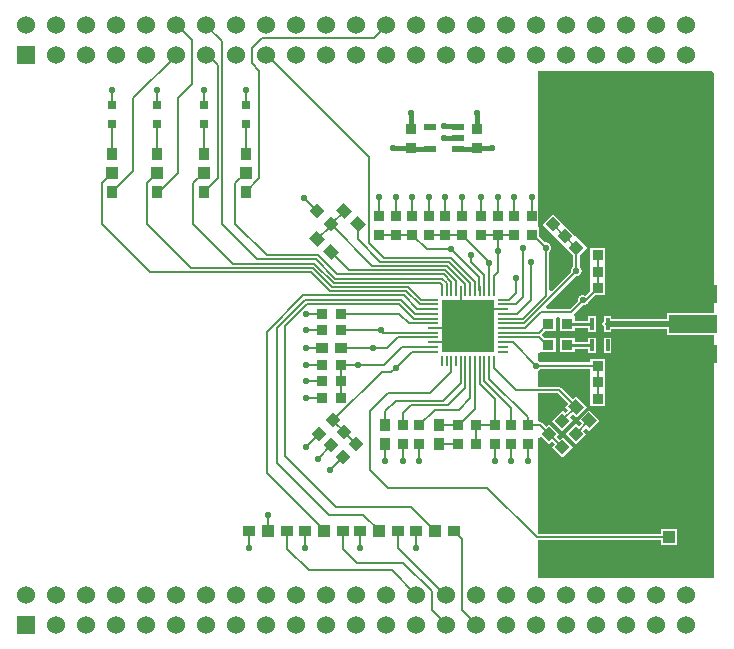
<source format=gtl>
G04 Layer_Physical_Order=1*
G04 Layer_Color=255*
%FSLAX25Y25*%
%MOIN*%
G70*
G01*
G75*
%ADD10R,0.15984X0.05984*%
G04:AMPARAMS|DCode=11|XSize=35.43mil|YSize=37.4mil|CornerRadius=0mil|HoleSize=0mil|Usage=FLASHONLY|Rotation=315.000|XOffset=0mil|YOffset=0mil|HoleType=Round|Shape=Rectangle|*
%AMROTATEDRECTD11*
4,1,4,-0.02575,-0.00070,0.00070,0.02575,0.02575,0.00070,-0.00070,-0.02575,-0.02575,-0.00070,0.0*
%
%ADD11ROTATEDRECTD11*%

%ADD12R,0.03543X0.03740*%
%ADD13R,0.03740X0.03543*%
%ADD14R,0.00787X0.03543*%
%ADD15R,0.17323X0.17323*%
%ADD16R,0.03543X0.00787*%
%ADD17R,0.08661X0.04134*%
%ADD18R,0.03937X0.03937*%
%ADD19R,0.03150X0.03150*%
%ADD20R,0.03937X0.03740*%
G04:AMPARAMS|DCode=21|XSize=37.4mil|YSize=39.37mil|CornerRadius=0mil|HoleSize=0mil|Usage=FLASHONLY|Rotation=225.000|XOffset=0mil|YOffset=0mil|HoleType=Round|Shape=Rectangle|*
%AMROTATEDRECTD21*
4,1,4,-0.00070,0.02714,0.02714,-0.00070,0.00070,-0.02714,-0.02714,0.00070,-0.00070,0.02714,0.0*
%
%ADD21ROTATEDRECTD21*%

%ADD22R,0.03740X0.03937*%
%ADD23R,0.03937X0.03937*%
%ADD24R,0.03937X0.03937*%
%ADD25R,0.01378X0.03937*%
%ADD26R,0.04331X0.02362*%
G04:AMPARAMS|DCode=27|XSize=35.43mil|YSize=37.4mil|CornerRadius=0mil|HoleSize=0mil|Usage=FLASHONLY|Rotation=45.000|XOffset=0mil|YOffset=0mil|HoleType=Round|Shape=Rectangle|*
%AMROTATEDRECTD27*
4,1,4,0.00070,-0.02575,-0.02575,0.00070,-0.00070,0.02575,0.02575,-0.00070,0.00070,-0.02575,0.0*
%
%ADD27ROTATEDRECTD27*%

%ADD28C,0.01799*%
%ADD29C,0.00800*%
%ADD30C,0.01000*%
%ADD31C,0.01987*%
%ADD32C,0.01500*%
%ADD33C,0.06000*%
%ADD34R,0.06000X0.06000*%
%ADD35C,0.03800*%
%ADD36C,0.02200*%
%ADD37C,0.02362*%
G36*
X308686Y193299D02*
Y122000D01*
Y113092D01*
X292908D01*
Y111268D01*
X274348D01*
Y112112D01*
X271770D01*
Y110596D01*
X271334Y109543D01*
X271770Y108491D01*
Y106975D01*
X274348D01*
Y107818D01*
X292908D01*
Y105908D01*
X308686D01*
Y92000D01*
Y25000D01*
X250000D01*
Y37418D01*
X291026D01*
Y35932D01*
X296163D01*
Y41069D01*
X291026D01*
Y39582D01*
X250000D01*
X250000Y71577D01*
X251000Y71991D01*
X253482Y69509D01*
X254463Y70490D01*
X255563Y69390D01*
X254582Y68409D01*
X257936Y65055D01*
X261429Y68548D01*
X258075Y71902D01*
X257094Y70921D01*
X255994Y72021D01*
X256975Y73002D01*
X253621Y76357D01*
X252642Y75377D01*
X251393Y76626D01*
X250627Y76943D01*
X250000Y77622D01*
Y86418D01*
X256389D01*
X259896Y82910D01*
X258933Y81947D01*
X259954Y80927D01*
X258957Y79930D01*
X258075Y80811D01*
X254582Y77318D01*
X257936Y73963D01*
X261429Y77457D01*
X260487Y78399D01*
X261484Y79396D01*
X262566Y78315D01*
X266059Y81808D01*
X262426Y85440D01*
X261427Y84441D01*
X257603Y88265D01*
X256837Y88582D01*
X256837Y88582D01*
X250000D01*
Y93934D01*
X250399Y94254D01*
X250644Y94356D01*
X250703Y94498D01*
X250799Y94574D01*
X267311D01*
Y93285D01*
X267311D01*
Y92528D01*
X267311D01*
Y87785D01*
X267311D01*
Y87028D01*
X267311D01*
Y82285D01*
X272251D01*
Y87028D01*
X272251D01*
Y87785D01*
X272251D01*
Y92528D01*
X272251D01*
Y93285D01*
X272251D01*
Y98028D01*
X267311D01*
Y96739D01*
X250735D01*
X250644Y96958D01*
X250000Y97225D01*
Y99796D01*
X251000Y100085D01*
X255820D01*
Y104828D01*
X252116D01*
X251116Y105828D01*
X251066Y106079D01*
X252116Y107128D01*
X255820D01*
Y111483D01*
X256500Y111885D01*
X257179Y111484D01*
Y107128D01*
X262120D01*
Y108309D01*
X266652D01*
Y106975D01*
X269230D01*
Y112112D01*
X266652D01*
Y110691D01*
X262120D01*
Y111872D01*
X262120D01*
X261918Y112788D01*
X261902Y112872D01*
X264781Y115751D01*
X265000Y115660D01*
X266301Y116199D01*
X266504Y116688D01*
X266616Y116735D01*
X269009Y119128D01*
X272321D01*
Y123872D01*
X272321D01*
Y124628D01*
X272321D01*
Y129372D01*
X272321D01*
Y130128D01*
X272321D01*
Y134872D01*
X267380D01*
Y130128D01*
X267380D01*
Y129372D01*
X267380D01*
Y124628D01*
X267380D01*
Y123872D01*
X267380D01*
Y120561D01*
X265820Y119000D01*
X265000Y119340D01*
X263699Y118801D01*
X263160Y117500D01*
X263250Y117281D01*
X260552Y114582D01*
X252893D01*
X252511Y115506D01*
X262440Y125435D01*
X262659Y125345D01*
X263960Y125884D01*
X264499Y127185D01*
X263960Y128486D01*
X263741Y128577D01*
Y132709D01*
X266082Y135050D01*
X262728Y138404D01*
X262728D01*
X262193Y138939D01*
X258839Y142293D01*
X258304Y142828D01*
X254950Y146182D01*
X251457Y142689D01*
X254811Y139335D01*
X255346Y138800D01*
X258700Y135446D01*
X258700D01*
X259235Y134911D01*
X261576Y132570D01*
Y128577D01*
X261357Y128486D01*
X260819Y127185D01*
X260909Y126966D01*
X254506Y120563D01*
X253582Y120946D01*
Y133608D01*
X253801Y133699D01*
X254340Y135000D01*
X253801Y136301D01*
X252500Y136840D01*
X252281Y136749D01*
X250372Y138659D01*
Y141821D01*
X250000D01*
X250000Y193988D01*
X307979Y194006D01*
X308686Y193299D01*
D02*
G37*
%LPC*%
G36*
X266881Y80986D02*
X263387Y77493D01*
X264438Y76442D01*
X263441Y75445D01*
X262529Y76357D01*
X259036Y72863D01*
X262390Y69509D01*
X265883Y73002D01*
X264972Y73914D01*
X265969Y74911D01*
X267020Y73861D01*
X270513Y77354D01*
X266881Y80986D01*
D02*
G37*
G36*
X274348Y105025D02*
X271770D01*
Y99888D01*
X274348D01*
Y105025D01*
D02*
G37*
G36*
X269230D02*
X266652D01*
Y103647D01*
X262120D01*
Y104828D01*
X257179D01*
Y100085D01*
X262120D01*
Y101266D01*
X266652D01*
Y99888D01*
X269230D01*
Y105025D01*
D02*
G37*
%LPD*%
D10*
X301500Y109500D02*
D03*
Y99500D02*
D03*
Y119500D02*
D03*
D11*
X262460Y72933D02*
D03*
X258006Y68479D02*
D03*
X258006Y77387D02*
D03*
X253552Y72933D02*
D03*
X181449Y77442D02*
D03*
X176995Y72988D02*
D03*
X185338Y73553D02*
D03*
X180884Y69099D02*
D03*
X189227Y69664D02*
D03*
X184773Y65210D02*
D03*
X267113Y139435D02*
D03*
X262659Y134980D02*
D03*
X263224Y143324D02*
D03*
X258769Y138870D02*
D03*
X259335Y147213D02*
D03*
X254880Y142759D02*
D03*
D12*
X246489Y69561D02*
D03*
X246489Y75861D02*
D03*
X240989Y69561D02*
D03*
X240989Y75861D02*
D03*
X235489Y69561D02*
D03*
X235489Y75861D02*
D03*
X242000Y145650D02*
D03*
X242000Y139350D02*
D03*
X236500Y145650D02*
D03*
Y139350D02*
D03*
X231000Y145650D02*
D03*
Y139350D02*
D03*
X204848Y69591D02*
D03*
Y75890D02*
D03*
X210348Y69591D02*
D03*
Y75890D02*
D03*
X248000Y145650D02*
D03*
Y139350D02*
D03*
X207500Y174650D02*
D03*
Y168350D02*
D03*
X229500Y174650D02*
D03*
Y168350D02*
D03*
X197000Y145650D02*
D03*
Y139350D02*
D03*
X202500Y145650D02*
D03*
X202500Y139350D02*
D03*
X208000Y145650D02*
D03*
Y139350D02*
D03*
X213500Y145650D02*
D03*
X213500Y139350D02*
D03*
X219000Y145650D02*
D03*
Y139350D02*
D03*
X224500Y145650D02*
D03*
Y139350D02*
D03*
D13*
X229380Y75740D02*
D03*
X223081D02*
D03*
X223081Y69591D02*
D03*
X229380D02*
D03*
X276080Y95657D02*
D03*
X269781Y95657D02*
D03*
X276080Y90157D02*
D03*
X269781D02*
D03*
X276080Y84657D02*
D03*
X269781Y84657D02*
D03*
X276150Y132500D02*
D03*
X269850D02*
D03*
X276150Y127000D02*
D03*
X269850D02*
D03*
X276150Y121500D02*
D03*
X269850D02*
D03*
X259650Y109500D02*
D03*
X253350D02*
D03*
X259650Y102457D02*
D03*
X253350D02*
D03*
X177850Y95937D02*
D03*
X184150D02*
D03*
X177850Y90437D02*
D03*
X184150D02*
D03*
X177850Y84937D02*
D03*
X184150D02*
D03*
X177850Y107437D02*
D03*
X184150D02*
D03*
X177850Y112937D02*
D03*
X184150D02*
D03*
D14*
X217839Y97386D02*
D03*
X220988D02*
D03*
X224138D02*
D03*
X227287D02*
D03*
X230437D02*
D03*
X233587D02*
D03*
X235161D02*
D03*
X232012D02*
D03*
X228862D02*
D03*
X225713D02*
D03*
X222563D02*
D03*
X219413D02*
D03*
X233587Y120614D02*
D03*
X230437D02*
D03*
X227287D02*
D03*
X224138D02*
D03*
X220988D02*
D03*
X217839D02*
D03*
X219413D02*
D03*
X222563D02*
D03*
X225713D02*
D03*
X228862D02*
D03*
X232012D02*
D03*
X235161D02*
D03*
D15*
X226500Y109000D02*
D03*
D16*
X238114Y101913D02*
D03*
Y105063D02*
D03*
Y108213D02*
D03*
Y111362D02*
D03*
Y114512D02*
D03*
Y117661D02*
D03*
Y116087D02*
D03*
Y112937D02*
D03*
Y109787D02*
D03*
Y106638D02*
D03*
Y103488D02*
D03*
Y100339D02*
D03*
X214886Y116087D02*
D03*
Y112937D02*
D03*
Y109787D02*
D03*
Y106638D02*
D03*
Y103488D02*
D03*
Y100339D02*
D03*
Y101913D02*
D03*
Y105063D02*
D03*
Y108213D02*
D03*
Y111362D02*
D03*
Y114512D02*
D03*
Y117661D02*
D03*
D17*
X299500Y32693D02*
D03*
Y44307D02*
D03*
D18*
X293595Y38500D02*
D03*
D19*
X152500Y182650D02*
D03*
Y176350D02*
D03*
X138500Y182650D02*
D03*
Y176350D02*
D03*
X123000Y182650D02*
D03*
Y176350D02*
D03*
X108000Y182650D02*
D03*
Y176350D02*
D03*
D20*
X177850Y101620D02*
D03*
X184150D02*
D03*
X209201Y40500D02*
D03*
X221799Y40500D02*
D03*
X172201Y40500D02*
D03*
X184799Y40500D02*
D03*
X190701Y40500D02*
D03*
X203299Y40500D02*
D03*
X153701Y40500D02*
D03*
X166299D02*
D03*
D21*
X176384Y138045D02*
D03*
X180838Y133591D02*
D03*
X262496Y81877D02*
D03*
X266950Y77423D02*
D03*
X185273Y147227D02*
D03*
X189727Y142773D02*
D03*
D22*
X216848Y75890D02*
D03*
Y69591D02*
D03*
X152500Y153701D02*
D03*
Y166299D02*
D03*
X138500Y153701D02*
D03*
X138500Y166299D02*
D03*
X123000Y153701D02*
D03*
X123000Y166299D02*
D03*
X108000Y153701D02*
D03*
X108000Y166299D02*
D03*
X198997Y75890D02*
D03*
Y69591D02*
D03*
D23*
X215500Y40500D02*
D03*
X178500D02*
D03*
X197000D02*
D03*
X160000D02*
D03*
D24*
X152500Y160000D02*
D03*
X138500D02*
D03*
X123000D02*
D03*
X108000D02*
D03*
D25*
X273059Y102457D02*
D03*
X270500D02*
D03*
X267941D02*
D03*
Y109543D02*
D03*
X270500D02*
D03*
X273059D02*
D03*
D26*
X223224Y167760D02*
D03*
X223224Y171500D02*
D03*
X223224Y175240D02*
D03*
X213776Y175240D02*
D03*
Y167760D02*
D03*
D27*
X176273Y147227D02*
D03*
X180727Y142773D02*
D03*
D28*
X288000Y119500D02*
X301500D01*
X288000Y99500D02*
X301500D01*
D29*
X261000Y113500D02*
X265000Y117500D01*
X251000Y113500D02*
X261000D01*
X265000Y117500D02*
X265850D01*
X269850Y121500D01*
X245713Y108213D02*
X251000Y113500D01*
X238114Y116087D02*
X242587D01*
X238114Y117661D02*
X240161D01*
X232500Y114500D02*
X232512Y114512D01*
X238114D01*
X269850Y121500D02*
Y127000D01*
Y132500D01*
X250350Y105063D02*
X253500Y101913D01*
X238000Y106638D02*
X238114D01*
X223081Y69591D02*
X223348D01*
X216848D02*
X223081D01*
X223348D02*
X223497Y69740D01*
X210348Y63890D02*
Y69591D01*
X204848Y63890D02*
Y69591D01*
X250095Y106638D02*
X253000Y109543D01*
X198997Y63890D02*
Y69591D01*
X181338Y133162D02*
Y134000D01*
X176384Y138045D02*
X180727Y142388D01*
Y142500D01*
Y142773D02*
X181046D01*
X185500Y147227D01*
X189727Y137773D02*
Y142500D01*
X224138Y115138D02*
Y120614D01*
X224000Y115000D02*
X224138Y115138D01*
X214886Y103488D02*
X220488D01*
X220500Y103500D01*
X214886Y108213D02*
X220488D01*
X159500Y199381D02*
X193700Y165181D01*
X181338Y133162D02*
X187019Y127481D01*
X180727Y142773D02*
X194619Y128881D01*
X189727Y137773D02*
X197219Y130281D01*
X230262Y120789D02*
X230437Y120614D01*
X202500Y139350D02*
X206600D01*
X196500D02*
X197000D01*
X202500D01*
X213500D02*
X219000D01*
X224150D01*
X224500Y139000D01*
Y139350D02*
X233587Y130264D01*
X233500Y130177D02*
X233587Y130264D01*
X233500Y130000D02*
Y130177D01*
X232012Y120614D02*
Y125871D01*
X231000Y139350D02*
X235850D01*
X236000Y139500D01*
X236500Y139350D02*
X242000D01*
X242000Y139350D01*
X235161Y125500D02*
X236500Y126839D01*
X235161Y121500D02*
Y125500D01*
X236500Y126839D02*
Y134000D01*
Y139350D01*
X210839Y117661D02*
X214886D01*
X206619Y121881D02*
X210839Y117661D01*
X210434Y116087D02*
X214886D01*
X206039Y120481D02*
X210434Y116087D01*
X139000Y209381D02*
X144500Y203881D01*
X149000Y156500D02*
X152500Y160000D01*
X135000Y156500D02*
X138500Y160000D01*
X119500Y156500D02*
X123000Y160000D01*
X119500Y143000D02*
Y156500D01*
X135000Y143000D02*
Y156500D01*
X144500Y142799D02*
Y203881D01*
X149000Y143000D02*
Y156500D01*
X104500Y143000D02*
Y156500D01*
X108000Y160000D01*
Y153701D02*
X115000Y160701D01*
Y184881D01*
X129500Y199381D01*
X123000Y153701D02*
X123701D01*
X130000Y160000D01*
X129383Y209500D02*
X134500Y204383D01*
X130000Y160000D02*
Y185000D01*
X134500Y189500D01*
Y204383D01*
X138500Y153701D02*
X143100Y158301D01*
Y195781D01*
X139500Y199381D02*
X143100Y195781D01*
X152500Y153701D02*
X157000Y158201D01*
Y194000D01*
X154500Y196500D02*
X157000Y194000D01*
X154500Y196500D02*
Y201500D01*
X158000Y205000D01*
X195383D01*
X199383Y209000D01*
X152500Y166299D02*
Y176000D01*
X152500Y176000D01*
X138500Y166299D02*
Y176000D01*
X139000Y176500D01*
X123000Y176500D02*
X123000Y176500D01*
X123000Y166299D02*
Y176500D01*
X108000Y166299D02*
Y175850D01*
X107500Y176350D02*
X108000Y175850D01*
X108000Y182650D02*
Y187500D01*
X123000Y182650D02*
Y187500D01*
X138500Y182650D02*
Y187500D01*
X152500Y182500D02*
Y187500D01*
X172000Y151500D02*
X176273Y147227D01*
X209650Y114512D02*
X214886D01*
X205080Y119081D02*
X209650Y114512D01*
X209651Y112937D02*
X214886D01*
X209650Y112939D02*
X209651Y112937D01*
X208909Y112939D02*
X209650D01*
X204167Y117681D02*
X208909Y112939D01*
X208506Y111362D02*
X214886D01*
X203587Y116281D02*
X208506Y111362D01*
X193700Y136462D02*
Y165181D01*
Y136462D02*
X198481Y131681D01*
X175920Y131100D02*
X182339Y124681D01*
X156199Y131100D02*
X175920D01*
X144500Y142799D02*
X156199Y131100D01*
X175340Y129700D02*
X181759Y123281D01*
X149000Y143000D02*
X159500Y132500D01*
X176500D01*
X182919Y126081D01*
X148300Y129700D02*
X175340D01*
X135000Y143000D02*
X148300Y129700D01*
X181179Y121881D02*
X206619D01*
X174760Y128300D02*
X181179Y121881D01*
X134200Y128300D02*
X174760D01*
X119500Y143000D02*
X134200Y128300D01*
X180599Y120481D02*
X206039D01*
X174180Y126900D02*
X180599Y120481D01*
X104500Y143000D02*
X120600Y126900D01*
X174180D01*
X165500Y65500D02*
X182500Y48500D01*
X207500D01*
X163000Y63081D02*
X180081Y46000D01*
X159500Y60000D02*
X178500Y41000D01*
X221799Y40500D02*
X224500Y37799D01*
Y14380D02*
Y37799D01*
Y14380D02*
X229380Y9500D01*
X180081Y46000D02*
X191719D01*
X197219Y40500D01*
X214500Y14381D02*
Y20500D01*
Y14381D02*
X219500Y9381D01*
X201264Y27500D02*
X209383Y19381D01*
X205000Y30000D02*
X214500Y20500D01*
X166299Y34701D02*
Y41000D01*
Y34701D02*
X173500Y27500D01*
X201264D01*
X203299Y34852D02*
Y40500D01*
Y34852D02*
X219151Y19000D01*
X219383D01*
X184799Y34701D02*
Y40500D01*
Y34701D02*
X189500Y30000D01*
X205000D01*
X153701Y35000D02*
Y40500D01*
X172201Y35000D02*
Y40500D01*
X190701Y35000D02*
Y40500D01*
X209201Y35000D02*
Y40500D01*
X160000D02*
Y46000D01*
X198481Y131681D02*
X220757D01*
X197219Y130281D02*
X220177D01*
X194619Y128881D02*
X219597D01*
X181759Y123281D02*
X217219D01*
X182339Y124681D02*
X217857D01*
X182919Y126081D02*
X218437D01*
X187019Y127481D02*
X219017D01*
X217839Y120614D02*
Y122661D01*
X217219Y123281D02*
X217839Y122661D01*
X219413Y120614D02*
Y123125D01*
X217857Y124681D02*
X219413Y123125D01*
X218437Y126081D02*
X220988Y123530D01*
Y120614D02*
Y123530D01*
X219017Y127481D02*
X222563Y123935D01*
Y120614D02*
Y123935D01*
X227500Y130383D02*
Y132500D01*
Y130383D02*
X232012Y125871D01*
X230262Y120789D02*
Y125139D01*
X220757Y131681D02*
X228862Y123576D01*
Y120614D02*
Y123576D01*
X220177Y130281D02*
X227287Y123171D01*
Y120614D02*
Y123171D01*
X219597Y128881D02*
X225713Y122766D01*
Y121500D02*
Y122766D01*
X197000Y145650D02*
Y152000D01*
X202500Y145650D02*
Y152000D01*
X202500Y152000D02*
X202500Y152000D01*
X208000Y145650D02*
Y152000D01*
X213500Y145650D02*
Y152000D01*
X213500Y152000D02*
X213500Y152000D01*
X219000Y145650D02*
Y152000D01*
X224500Y145650D02*
Y152000D01*
X231000Y145650D02*
Y152000D01*
X236500Y145650D02*
Y152000D01*
X242000Y145650D02*
Y152000D01*
X248000Y145650D02*
Y152000D01*
X244856Y111362D02*
X252500Y119006D01*
Y135000D01*
X254880Y142759D02*
X258639Y139000D01*
X258769Y138870D02*
X262659Y134980D01*
X262659Y127185D02*
Y134980D01*
X262659D02*
X262659D01*
X245261Y109787D02*
X262659Y127185D01*
X206738Y109787D02*
X214886D01*
X203525Y113000D02*
X206738Y109787D01*
X184150Y113000D02*
X203525D01*
X184273Y101620D02*
X195000D01*
X199620D01*
X203063Y105063D01*
X214886D01*
X198362Y106638D02*
X214886D01*
X197500Y107500D02*
X197563Y107437D01*
X198362Y106638D01*
X240161Y117661D02*
X242500Y120000D01*
Y125000D01*
X184150Y84937D02*
Y90287D01*
Y90437D02*
Y95507D01*
X184000Y95657D02*
X184150Y95507D01*
X184000Y90437D02*
X184150Y90287D01*
X198437Y95937D02*
X204413Y101913D01*
X214500D01*
X190000Y95937D02*
Y96000D01*
X184150Y95937D02*
X190000D01*
X198437D01*
X185338Y73553D02*
X189227Y69664D01*
Y69500D02*
Y69664D01*
X185419Y73500D02*
X185773D01*
X181711Y77442D02*
X197768Y93500D01*
X181949Y76942D02*
X181976D01*
X182211D01*
X181976D02*
X185419Y73500D01*
X197768Y93500D02*
X201000D01*
X207839Y100339D02*
X214000D01*
X201000Y93500D02*
X202500Y95000D01*
X207839Y100339D01*
X172500Y112937D02*
X177850D01*
X159500Y106867D02*
X171715Y119081D01*
X163000Y108387D02*
X172294Y117681D01*
X165500Y108907D02*
X172874Y116281D01*
X165500Y65500D02*
Y108907D01*
X172874Y116281D02*
X203587D01*
X172294Y117681D02*
X204167D01*
X163000Y63081D02*
Y108387D01*
X159500Y60000D02*
Y106867D01*
X171715Y119081D02*
X205080D01*
X172500Y107437D02*
X177850D01*
X172500Y101620D02*
X177850D01*
X172500Y95937D02*
X177850D01*
X172500Y90437D02*
X177850D01*
X172563Y84937D02*
X177850D01*
X172500Y85000D02*
X172563Y84937D01*
Y68556D02*
X176995Y72988D01*
X172563Y68500D02*
Y68556D01*
X176420Y64635D02*
X180884Y69099D01*
X176420Y64500D02*
Y64635D01*
X180581Y61018D02*
X184773Y65210D01*
X180581Y61000D02*
Y61018D01*
X220988Y93488D02*
Y97386D01*
X214000Y86500D02*
X220988Y93488D01*
X200000Y86500D02*
X214000D01*
X194000Y80500D02*
X200000Y86500D01*
X194000Y61000D02*
Y80500D01*
X207500Y48500D02*
X215500Y40500D01*
X194000Y61000D02*
X200000Y55000D01*
X225713Y88365D02*
Y97386D01*
X219848Y82500D02*
X225713Y88365D01*
X207580Y82500D02*
X219848D01*
X204848Y79768D02*
X207580Y82500D01*
X204848Y76500D02*
Y79768D01*
X227287Y84787D02*
Y97386D01*
X223500Y81000D02*
X227287Y84787D01*
X215608Y81000D02*
X223500D01*
X210348Y75740D02*
X215608Y81000D01*
X228862Y81281D02*
Y97386D01*
X216760Y75740D02*
X223081D01*
X216500Y76000D02*
X216760Y75740D01*
X223081Y75500D02*
X228862Y81281D01*
X229380Y69591D02*
Y75480D01*
X229000Y75861D02*
X229380Y75480D01*
X229380Y75740D02*
X235500D01*
X230437Y97386D02*
Y97500D01*
Y89563D02*
Y97386D01*
Y89563D02*
X235489Y84511D01*
Y75861D02*
Y84511D01*
X232012Y90575D02*
Y97386D01*
Y90575D02*
X241000Y81587D01*
Y75740D02*
Y81587D01*
X233587Y91350D02*
Y97386D01*
Y91350D02*
X246489Y78448D01*
Y75861D02*
Y78448D01*
X235161Y94925D02*
Y97386D01*
Y94925D02*
X242587Y87500D01*
X256837D01*
X262460Y81877D01*
X258000Y77442D02*
X262435Y81877D01*
X262460D01*
X262496D01*
X246489Y75861D02*
X250627D01*
X253500Y72988D01*
X253552Y72933D02*
X257928Y68556D01*
X258000D01*
X262460Y72933D02*
X266950Y77423D01*
Y77500D01*
X269781Y84657D02*
Y90157D01*
Y95102D01*
X249343Y95657D02*
X269781D01*
X269383Y95500D02*
X269781Y95102D01*
X224138Y89881D02*
Y97386D01*
X218157Y83900D02*
X224138Y89881D01*
X202400Y83900D02*
X218157D01*
X198997Y80497D02*
X202400Y83900D01*
X198997Y75861D02*
Y75890D01*
Y80497D01*
X235489Y63890D02*
Y69561D01*
X235489Y63890D02*
X235489Y63890D01*
X241000Y63900D02*
Y70000D01*
X240989Y63890D02*
X241000Y63900D01*
X246500D02*
Y70000D01*
X246489Y63890D02*
X246500Y63900D01*
X276080Y95657D02*
X282000D01*
X276080Y90157D02*
X282000D01*
X276080Y84657D02*
X282000D01*
X282000Y84657D01*
X276150Y132500D02*
X282000D01*
X276150Y127000D02*
X282000D01*
X276150Y121500D02*
X282000D01*
X259335Y147213D02*
X263500Y151378D01*
X263224Y143324D02*
X263324D01*
X267500Y147500D01*
X267113Y139435D02*
X271500Y143822D01*
X242587Y116087D02*
X245000Y118500D01*
X233587Y120789D02*
Y130264D01*
X200000Y55000D02*
X233000D01*
X249500Y38500D01*
X293500D01*
X208000Y139350D02*
X212938Y134413D01*
X220988D01*
X230262Y125139D01*
X238114Y112937D02*
X242937D01*
X238114Y111362D02*
X244856D01*
X238114Y109787D02*
X245261D01*
X238114Y103488D02*
X241512D01*
X249343Y95657D01*
X238500Y105063D02*
X250350D01*
X238114Y106638D02*
X250095D01*
X238114Y108213D02*
X245713D01*
X245000Y118500D02*
Y134980D01*
X242937Y112937D02*
X247500Y117500D01*
Y130177D01*
X248000Y139500D02*
X252500Y135000D01*
X184150Y107500D02*
X197500D01*
D30*
X259650Y102457D02*
X267941D01*
X259650Y109500D02*
X267728D01*
D31*
X273059Y109543D02*
X300606D01*
D32*
X228909Y167760D02*
X229500Y168350D01*
X223224Y167760D02*
X228909D01*
X208240D02*
X213776D01*
X218500Y171500D02*
X223224D01*
X229500Y174650D02*
Y180000D01*
X207500Y174650D02*
Y180000D01*
X218500Y175500D02*
X223000D01*
X229500Y168350D02*
X234500D01*
X201500D02*
X207500Y168350D01*
Y168500D02*
X208240Y167760D01*
D33*
X89383Y19381D02*
D03*
Y9381D02*
D03*
X179383Y19381D02*
D03*
X189383Y9381D02*
D03*
X179383D02*
D03*
X289383D02*
D03*
X299383Y19381D02*
D03*
X259383Y9381D02*
D03*
X189383Y19381D02*
D03*
X199383Y9381D02*
D03*
X169383Y19381D02*
D03*
X99383D02*
D03*
Y9381D02*
D03*
X229383Y19381D02*
D03*
Y9381D02*
D03*
X239383D02*
D03*
X249383D02*
D03*
X239383Y19381D02*
D03*
X249383D02*
D03*
X259383D02*
D03*
X269383D02*
D03*
Y9381D02*
D03*
X279383Y19381D02*
D03*
Y9381D02*
D03*
X289383Y19381D02*
D03*
X299383Y9381D02*
D03*
X219383Y19381D02*
D03*
Y9381D02*
D03*
X209383D02*
D03*
Y19381D02*
D03*
X119383D02*
D03*
X109383D02*
D03*
Y9381D02*
D03*
X119383D02*
D03*
X199383Y19381D02*
D03*
X159383D02*
D03*
X139383Y9381D02*
D03*
X169383D02*
D03*
X129383Y19381D02*
D03*
X139383D02*
D03*
X129383Y9381D02*
D03*
X149383D02*
D03*
Y19381D02*
D03*
X159383Y9381D02*
D03*
X79383Y19381D02*
D03*
X89383Y209381D02*
D03*
Y199381D02*
D03*
X179383Y209381D02*
D03*
X189383Y199381D02*
D03*
X179383D02*
D03*
X289383D02*
D03*
X299383Y209381D02*
D03*
X259383Y199381D02*
D03*
X189383Y209381D02*
D03*
X199383Y199381D02*
D03*
X169383Y209381D02*
D03*
X99383D02*
D03*
Y199381D02*
D03*
X229383Y209381D02*
D03*
Y199381D02*
D03*
X239383D02*
D03*
X249383D02*
D03*
X239383Y209381D02*
D03*
X249383D02*
D03*
X259383D02*
D03*
X269383D02*
D03*
Y199381D02*
D03*
X279383Y209381D02*
D03*
Y199381D02*
D03*
X289383Y209381D02*
D03*
X299383Y199381D02*
D03*
X219383Y209381D02*
D03*
Y199381D02*
D03*
X209383D02*
D03*
Y209381D02*
D03*
X119383D02*
D03*
X109383D02*
D03*
Y199381D02*
D03*
X119383D02*
D03*
X199383Y209381D02*
D03*
X159383D02*
D03*
X139383Y199381D02*
D03*
X169383D02*
D03*
X129383Y209381D02*
D03*
X139383D02*
D03*
X129383Y199381D02*
D03*
X149383D02*
D03*
Y209381D02*
D03*
X159383Y199381D02*
D03*
X79383Y209381D02*
D03*
D34*
Y9381D02*
D03*
Y199381D02*
D03*
D35*
X288000Y119500D02*
D03*
Y99500D02*
D03*
D36*
X265000Y117500D02*
D03*
X210348Y63890D02*
D03*
X204848D02*
D03*
X290900Y104815D02*
D03*
X287247Y105403D02*
D03*
X283547D02*
D03*
X279847D02*
D03*
X276147D02*
D03*
X270110Y113658D02*
D03*
X273677Y114639D02*
D03*
X277252Y113683D02*
D03*
X280952D02*
D03*
X284652D02*
D03*
X288352D02*
D03*
X291780Y115074D02*
D03*
X198997Y63890D02*
D03*
X227500Y132500D02*
D03*
X233500Y130000D02*
D03*
X236500Y134000D02*
D03*
X108000Y187500D02*
D03*
X123000D02*
D03*
X138500D02*
D03*
X152500D02*
D03*
X172000Y151500D02*
D03*
X153701Y35000D02*
D03*
X172201D02*
D03*
X190701D02*
D03*
X209201D02*
D03*
X160000Y46000D02*
D03*
X197000Y152000D02*
D03*
X202500D02*
D03*
X208000Y152000D02*
D03*
X213500D02*
D03*
X219000Y152000D02*
D03*
X224500D02*
D03*
X231000D02*
D03*
X236500D02*
D03*
X242000Y152000D02*
D03*
X248000D02*
D03*
X252500Y135000D02*
D03*
X262659Y127185D02*
D03*
X195000Y101620D02*
D03*
X197563Y107437D02*
D03*
X242500Y125000D02*
D03*
X190000Y96000D02*
D03*
X202500Y95000D02*
D03*
X172500Y112937D02*
D03*
Y107437D02*
D03*
Y101620D02*
D03*
Y95937D02*
D03*
Y90437D02*
D03*
Y85000D02*
D03*
X172563Y68500D02*
D03*
X176420Y64500D02*
D03*
X180581Y61000D02*
D03*
X249343Y95657D02*
D03*
X235489Y63890D02*
D03*
X240989Y63890D02*
D03*
X246489D02*
D03*
X282000Y95657D02*
D03*
Y90157D02*
D03*
Y84657D02*
D03*
Y132500D02*
D03*
Y127000D02*
D03*
Y121500D02*
D03*
X263500Y151378D02*
D03*
X267500Y147500D02*
D03*
X271500Y143822D02*
D03*
X218500Y171500D02*
D03*
X229500Y180000D02*
D03*
X207500D02*
D03*
X218500Y175500D02*
D03*
X234500Y168350D02*
D03*
X201500D02*
D03*
X220988Y134413D02*
D03*
X245000Y134980D02*
D03*
X247500Y130177D02*
D03*
X251299Y26299D02*
D03*
X253799Y31299D02*
D03*
Y41299D02*
D03*
X251299Y46299D02*
D03*
X253799Y51299D02*
D03*
X251299Y56299D02*
D03*
X253799Y61299D02*
D03*
Y81299D02*
D03*
Y91299D02*
D03*
Y161299D02*
D03*
X251299Y166299D02*
D03*
X253799Y171299D02*
D03*
X251299Y176299D02*
D03*
X253799Y181299D02*
D03*
X251299Y186299D02*
D03*
X253799Y191299D02*
D03*
X256299Y26299D02*
D03*
X258799Y31299D02*
D03*
Y41299D02*
D03*
X256299Y46299D02*
D03*
X258799Y51299D02*
D03*
X256299Y56299D02*
D03*
X258799Y61299D02*
D03*
Y91299D02*
D03*
X256299Y116299D02*
D03*
Y126299D02*
D03*
X258799Y131299D02*
D03*
X256299Y156299D02*
D03*
X258799Y161299D02*
D03*
X256299Y166299D02*
D03*
X258799Y171299D02*
D03*
X256299Y176299D02*
D03*
X258799Y181299D02*
D03*
X256299Y186299D02*
D03*
X258799Y191299D02*
D03*
X261299Y26299D02*
D03*
X263799Y31299D02*
D03*
Y41299D02*
D03*
X261299Y46299D02*
D03*
X263799Y51299D02*
D03*
X261299Y56299D02*
D03*
X263799Y61299D02*
D03*
X261299Y66299D02*
D03*
Y86299D02*
D03*
X263799Y91299D02*
D03*
Y121299D02*
D03*
Y161299D02*
D03*
X261299Y166299D02*
D03*
X263799Y171299D02*
D03*
X261299Y176299D02*
D03*
X263799Y181299D02*
D03*
X261299Y186299D02*
D03*
X263799Y191299D02*
D03*
X266299Y26299D02*
D03*
X268799Y31299D02*
D03*
Y41299D02*
D03*
X266299Y46299D02*
D03*
X268799Y51299D02*
D03*
X266299Y56299D02*
D03*
X268799Y61299D02*
D03*
X266299Y66299D02*
D03*
X268799Y71299D02*
D03*
Y161299D02*
D03*
X266299Y166299D02*
D03*
X268799Y171299D02*
D03*
X266299Y176299D02*
D03*
X268799Y181299D02*
D03*
X266299Y186299D02*
D03*
X268799Y191299D02*
D03*
X271299Y26299D02*
D03*
X273799Y31299D02*
D03*
Y41299D02*
D03*
X271299Y46299D02*
D03*
X273799Y51299D02*
D03*
X271299Y56299D02*
D03*
X273799Y61299D02*
D03*
X271299Y66299D02*
D03*
X273799Y71299D02*
D03*
X271299Y76299D02*
D03*
X273799Y151299D02*
D03*
X271299Y156299D02*
D03*
X273799Y161299D02*
D03*
X271299Y166299D02*
D03*
X273799Y171299D02*
D03*
X271299Y176299D02*
D03*
X273799Y181299D02*
D03*
X271299Y186299D02*
D03*
X273799Y191299D02*
D03*
X276299Y26299D02*
D03*
X278799Y31299D02*
D03*
Y41299D02*
D03*
X276299Y46299D02*
D03*
X278799Y51299D02*
D03*
X276299Y56299D02*
D03*
X278799Y61299D02*
D03*
X276299Y66299D02*
D03*
X278799Y71299D02*
D03*
X276299Y76299D02*
D03*
X278799Y141299D02*
D03*
Y151299D02*
D03*
X276299Y156299D02*
D03*
X278799Y161299D02*
D03*
X276299Y166299D02*
D03*
X278799Y171299D02*
D03*
X276299Y176299D02*
D03*
X278799Y181299D02*
D03*
X276299Y186299D02*
D03*
X278799Y191299D02*
D03*
X281299Y26299D02*
D03*
X283799Y31299D02*
D03*
Y41299D02*
D03*
X281299Y46299D02*
D03*
X283799Y51299D02*
D03*
X281299Y56299D02*
D03*
X283799Y61299D02*
D03*
X281299Y66299D02*
D03*
X283799Y71299D02*
D03*
X281299Y76299D02*
D03*
X283799Y141299D02*
D03*
X281299Y146299D02*
D03*
X283799Y151299D02*
D03*
X281299Y156299D02*
D03*
X283799Y161299D02*
D03*
X281299Y166299D02*
D03*
X283799Y171299D02*
D03*
X281299Y176299D02*
D03*
X283799Y181299D02*
D03*
X281299Y186299D02*
D03*
X283799Y191299D02*
D03*
X288799Y31299D02*
D03*
Y41299D02*
D03*
X286299Y46299D02*
D03*
X288799Y51299D02*
D03*
X286299Y56299D02*
D03*
X288799Y61299D02*
D03*
X286299Y66299D02*
D03*
X288799Y71299D02*
D03*
X286299Y76299D02*
D03*
X288799Y81299D02*
D03*
Y141299D02*
D03*
X286299Y146299D02*
D03*
X288799Y151299D02*
D03*
X286299Y156299D02*
D03*
X288799Y161299D02*
D03*
X286299Y166299D02*
D03*
X288799Y171299D02*
D03*
X286299Y176299D02*
D03*
X288799Y181299D02*
D03*
X286299Y186299D02*
D03*
X288799Y191299D02*
D03*
X291299Y56299D02*
D03*
X293799Y61299D02*
D03*
X291299Y66299D02*
D03*
X293799Y71299D02*
D03*
X291299Y76299D02*
D03*
X293799Y81299D02*
D03*
X291299Y86299D02*
D03*
X293799Y131299D02*
D03*
X291299Y136299D02*
D03*
X293799Y141299D02*
D03*
X291299Y146299D02*
D03*
X293799Y151299D02*
D03*
X291299Y156299D02*
D03*
X293799Y161299D02*
D03*
X291299Y166299D02*
D03*
X293799Y171299D02*
D03*
X291299Y176299D02*
D03*
X293799Y181299D02*
D03*
X291299Y186299D02*
D03*
X293799Y191299D02*
D03*
X296299Y56299D02*
D03*
X298799Y61299D02*
D03*
X296299Y66299D02*
D03*
X298799Y71299D02*
D03*
X296299Y76299D02*
D03*
X298799Y81299D02*
D03*
X296299Y86299D02*
D03*
X298799Y131299D02*
D03*
X296299Y136299D02*
D03*
X298799Y141299D02*
D03*
X296299Y146299D02*
D03*
X298799Y151299D02*
D03*
X296299Y156299D02*
D03*
X298799Y161299D02*
D03*
X296299Y166299D02*
D03*
X298799Y171299D02*
D03*
X296299Y176299D02*
D03*
X298799Y181299D02*
D03*
X296299Y186299D02*
D03*
X298799Y191299D02*
D03*
X301299Y56299D02*
D03*
X303799Y61299D02*
D03*
X301299Y66299D02*
D03*
X303799Y71299D02*
D03*
X301299Y76299D02*
D03*
X303799Y81299D02*
D03*
X301299Y86299D02*
D03*
X303799Y131299D02*
D03*
X301299Y136299D02*
D03*
X303799Y141299D02*
D03*
X301299Y146299D02*
D03*
X303799Y151299D02*
D03*
X301299Y156299D02*
D03*
X303799Y161299D02*
D03*
X301299Y166299D02*
D03*
X303799Y171299D02*
D03*
X301299Y176299D02*
D03*
X303799Y181299D02*
D03*
X301299Y186299D02*
D03*
X303799Y191299D02*
D03*
D37*
X226500Y113921D02*
D03*
Y104079D02*
D03*
Y108803D02*
D03*
X221776Y113528D02*
D03*
X231224D02*
D03*
X221776Y104079D02*
D03*
X231224Y108803D02*
D03*
Y104079D02*
D03*
X221776Y108803D02*
D03*
M02*

</source>
